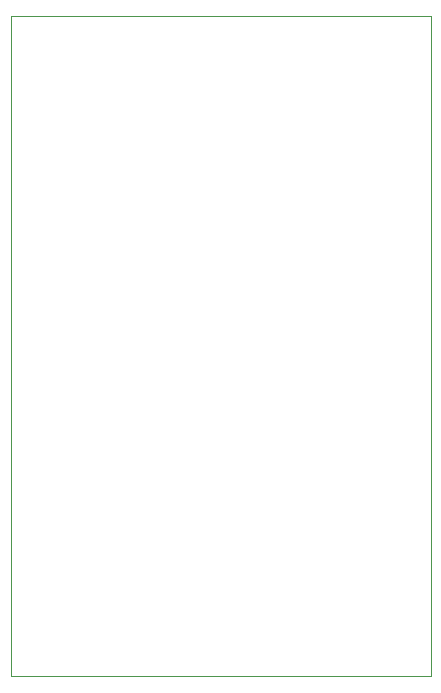
<source format=gbr>
%TF.GenerationSoftware,KiCad,Pcbnew,8.0.2*%
%TF.CreationDate,2024-06-21T23:47:16-04:00*%
%TF.ProjectId,RP2040 Custom,52503230-3430-4204-9375-73746f6d2e6b,rev?*%
%TF.SameCoordinates,Original*%
%TF.FileFunction,Profile,NP*%
%FSLAX46Y46*%
G04 Gerber Fmt 4.6, Leading zero omitted, Abs format (unit mm)*
G04 Created by KiCad (PCBNEW 8.0.2) date 2024-06-21 23:47:16*
%MOMM*%
%LPD*%
G01*
G04 APERTURE LIST*
%TA.AperFunction,Profile*%
%ADD10C,0.050000*%
%TD*%
G04 APERTURE END LIST*
D10*
X121920000Y-43180000D02*
X157480000Y-43180000D01*
X157480000Y-99060000D01*
X121920000Y-99060000D01*
X121920000Y-43180000D01*
M02*

</source>
